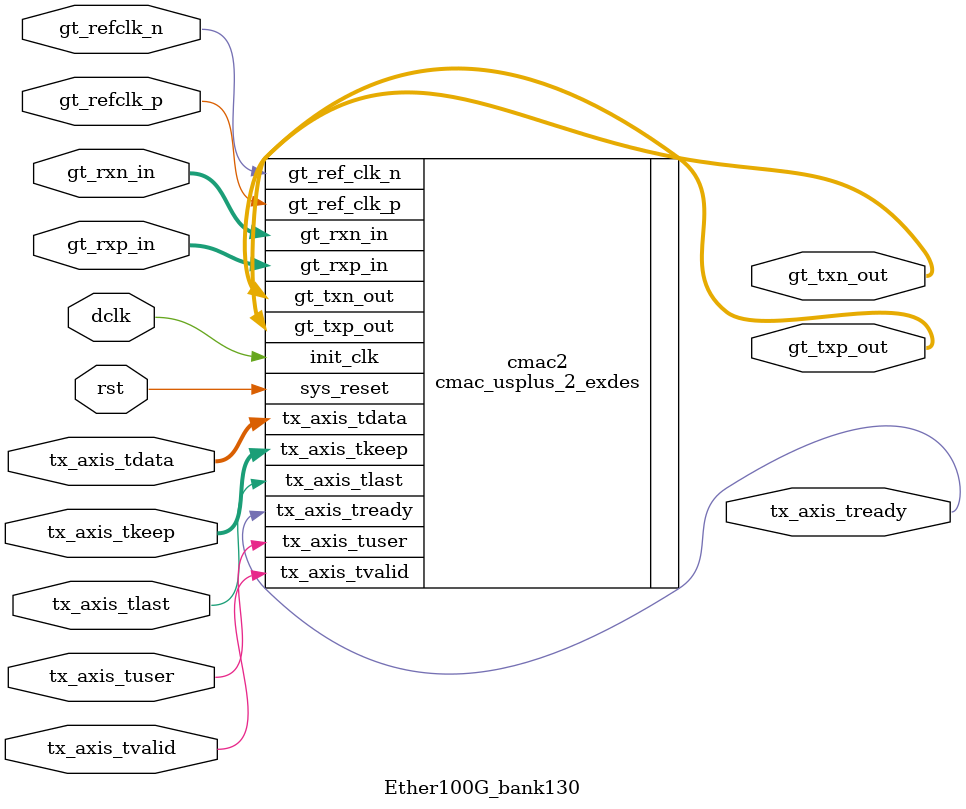
<source format=v>
`timescale 1ns / 1ps


module Ether100G_bank130(
    input             gt_refclk_p,
    input             gt_refclk_n,  
     
    input  wire [3:0] gt_rxp_in,
    input  wire [3:0] gt_rxn_in,
    output wire [3:0] gt_txp_out,
    output wire [3:0] gt_txn_out,
    
    input dclk,
    input rst,

    output            tx_axis_tready,
    input            tx_axis_tvalid,
    input [511:0]    tx_axis_tdata,
    input            tx_axis_tlast,
    input [63:0]     tx_axis_tkeep,
    input            tx_axis_tuser     
    );
    

cmac_usplus_2_exdes cmac2(
    .gt_rxp_in(gt_rxp_in),
    .gt_rxn_in(gt_rxn_in),
    .gt_txp_out(gt_txp_out),
    .gt_txn_out(gt_txn_out),

    .sys_reset(rst),

    .gt_ref_clk_p(gt_refclk_p),
    .gt_ref_clk_n(gt_refclk_n),
    .init_clk(dclk),
    
    .tx_axis_tready                       (tx_axis_tready),
    .tx_axis_tvalid                       (tx_axis_tvalid),
    .tx_axis_tdata                        (tx_axis_tdata),
    .tx_axis_tkeep                        (tx_axis_tkeep),
    .tx_axis_tlast                        (tx_axis_tlast),
    .tx_axis_tuser                        (tx_axis_tuser)    
);

endmodule

</source>
